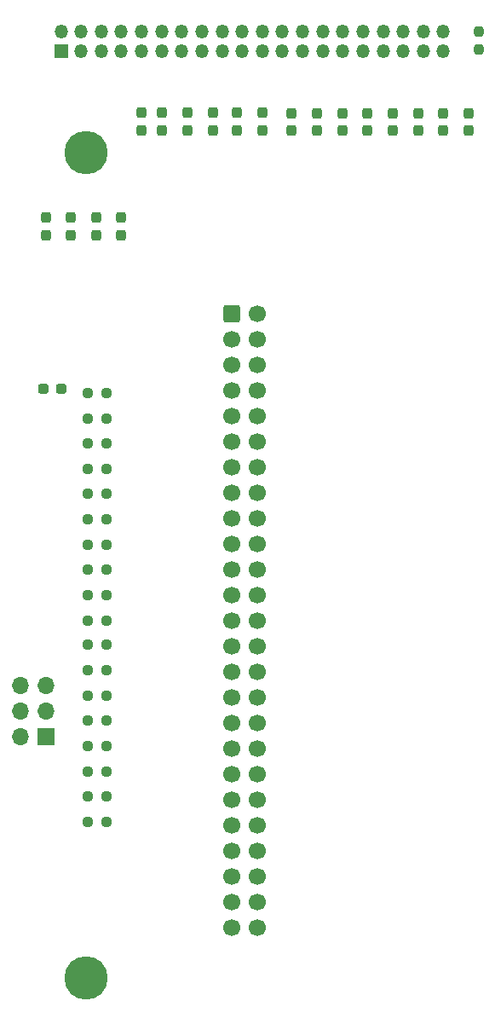
<source format=gbr>
%TF.GenerationSoftware,KiCad,Pcbnew,8.0.8*%
%TF.CreationDate,2025-01-30T20:37:13+01:00*%
%TF.ProjectId,x68030_scsi,78363830-3330-45f7-9363-73692e6b6963,rev?*%
%TF.SameCoordinates,Original*%
%TF.FileFunction,Soldermask,Top*%
%TF.FilePolarity,Negative*%
%FSLAX46Y46*%
G04 Gerber Fmt 4.6, Leading zero omitted, Abs format (unit mm)*
G04 Created by KiCad (PCBNEW 8.0.8) date 2025-01-30 20:37:13*
%MOMM*%
%LPD*%
G01*
G04 APERTURE LIST*
G04 Aperture macros list*
%AMRoundRect*
0 Rectangle with rounded corners*
0 $1 Rounding radius*
0 $2 $3 $4 $5 $6 $7 $8 $9 X,Y pos of 4 corners*
0 Add a 4 corners polygon primitive as box body*
4,1,4,$2,$3,$4,$5,$6,$7,$8,$9,$2,$3,0*
0 Add four circle primitives for the rounded corners*
1,1,$1+$1,$2,$3*
1,1,$1+$1,$4,$5*
1,1,$1+$1,$6,$7*
1,1,$1+$1,$8,$9*
0 Add four rect primitives between the rounded corners*
20,1,$1+$1,$2,$3,$4,$5,0*
20,1,$1+$1,$4,$5,$6,$7,0*
20,1,$1+$1,$6,$7,$8,$9,0*
20,1,$1+$1,$8,$9,$2,$3,0*%
G04 Aperture macros list end*
%ADD10RoundRect,0.237500X-0.250000X-0.237500X0.250000X-0.237500X0.250000X0.237500X-0.250000X0.237500X0*%
%ADD11RoundRect,0.237500X-0.237500X0.300000X-0.237500X-0.300000X0.237500X-0.300000X0.237500X0.300000X0*%
%ADD12C,4.300000*%
%ADD13RoundRect,0.237500X-0.287500X-0.237500X0.287500X-0.237500X0.287500X0.237500X-0.287500X0.237500X0*%
%ADD14R,1.350000X1.350000*%
%ADD15O,1.350000X1.350000*%
%ADD16R,1.700000X1.700000*%
%ADD17O,1.700000X1.700000*%
%ADD18RoundRect,0.237500X0.237500X-0.250000X0.237500X0.250000X-0.237500X0.250000X-0.237500X-0.250000X0*%
%ADD19RoundRect,0.250000X-0.600000X-0.600000X0.600000X-0.600000X0.600000X0.600000X-0.600000X0.600000X0*%
%ADD20C,1.700000*%
G04 APERTURE END LIST*
D10*
%TO.C,R7*%
X41175000Y-126970000D03*
X43000000Y-126970000D03*
%TD*%
D11*
%TO.C,C16*%
X73980000Y-84137500D03*
X73980000Y-85862500D03*
%TD*%
D10*
%TO.C,R14*%
X41175000Y-144460000D03*
X43000000Y-144460000D03*
%TD*%
D12*
%TO.C,H1*%
X41000000Y-88000000D03*
%TD*%
D10*
%TO.C,R1*%
X41175000Y-111910000D03*
X43000000Y-111910000D03*
%TD*%
D13*
%TO.C,F1*%
X36750000Y-111500000D03*
X38500000Y-111500000D03*
%TD*%
D10*
%TO.C,R2*%
X41175000Y-114420000D03*
X43000000Y-114420000D03*
%TD*%
D11*
%TO.C,C13*%
X66450000Y-84137500D03*
X66450000Y-85862500D03*
%TD*%
%TO.C,C5*%
X46500000Y-84087500D03*
X46500000Y-85812500D03*
%TD*%
%TO.C,C15*%
X71470000Y-84137500D03*
X71470000Y-85862500D03*
%TD*%
%TO.C,C4*%
X44500000Y-94500000D03*
X44500000Y-96225000D03*
%TD*%
D10*
%TO.C,R13*%
X41175000Y-141950000D03*
X43000000Y-141950000D03*
%TD*%
%TO.C,R17*%
X41175000Y-151990000D03*
X43000000Y-151990000D03*
%TD*%
D11*
%TO.C,C2*%
X39500000Y-94500000D03*
X39500000Y-96225000D03*
%TD*%
%TO.C,C3*%
X42000000Y-94500000D03*
X42000000Y-96225000D03*
%TD*%
D14*
%TO.C,J2*%
X38500000Y-78000000D03*
D15*
X38500000Y-76000000D03*
X40500000Y-78000000D03*
X40500000Y-76000000D03*
X42500000Y-78000000D03*
X42500000Y-76000000D03*
X44500000Y-78000000D03*
X44500000Y-76000000D03*
X46500000Y-78000000D03*
X46500000Y-76000000D03*
X48500000Y-78000000D03*
X48500000Y-76000000D03*
X50500000Y-78000000D03*
X50500000Y-76000000D03*
X52500000Y-78000000D03*
X52500000Y-76000000D03*
X54500000Y-78000000D03*
X54500000Y-76000000D03*
X56500000Y-78000000D03*
X56500000Y-76000000D03*
X58500000Y-78000000D03*
X58500000Y-76000000D03*
X60500000Y-78000000D03*
X60500000Y-76000000D03*
X62500000Y-78000000D03*
X62500000Y-76000000D03*
X64500000Y-78000000D03*
X64500000Y-76000000D03*
X66500000Y-78000000D03*
X66500000Y-76000000D03*
X68500000Y-78000000D03*
X68500000Y-76000000D03*
X70500000Y-78000000D03*
X70500000Y-76000000D03*
X72500000Y-78000000D03*
X72500000Y-76000000D03*
X74500000Y-78000000D03*
X74500000Y-76000000D03*
X76500000Y-78000000D03*
X76500000Y-76000000D03*
%TD*%
D10*
%TO.C,R5*%
X41175000Y-121950000D03*
X43000000Y-121950000D03*
%TD*%
D11*
%TO.C,C7*%
X51070000Y-84087500D03*
X51070000Y-85812500D03*
%TD*%
D10*
%TO.C,R3*%
X41175000Y-116930000D03*
X43000000Y-116930000D03*
%TD*%
%TO.C,R8*%
X41175000Y-129480000D03*
X43000000Y-129480000D03*
%TD*%
%TO.C,R6*%
X41175000Y-124460000D03*
X43000000Y-124460000D03*
%TD*%
D11*
%TO.C,C6*%
X48560000Y-84087500D03*
X48560000Y-85812500D03*
%TD*%
D16*
%TO.C,J3*%
X37000000Y-146000000D03*
D17*
X34460000Y-146000000D03*
X37000000Y-143460000D03*
X34460000Y-143460000D03*
X37000000Y-140920000D03*
X34460000Y-140920000D03*
%TD*%
D11*
%TO.C,C8*%
X53580000Y-84087500D03*
X53580000Y-85812500D03*
%TD*%
D12*
%TO.C,H2*%
X41000000Y-170000000D03*
%TD*%
D10*
%TO.C,R12*%
X41175000Y-139440000D03*
X43000000Y-139440000D03*
%TD*%
%TO.C,R10*%
X41175000Y-134500000D03*
X43000000Y-134500000D03*
%TD*%
%TO.C,R15*%
X41175000Y-146970000D03*
X43000000Y-146970000D03*
%TD*%
%TO.C,R11*%
X41175000Y-136930000D03*
X43000000Y-136930000D03*
%TD*%
D18*
%TO.C,JP1*%
X80000000Y-77825000D03*
X80000000Y-76000000D03*
%TD*%
D11*
%TO.C,C17*%
X76490000Y-84137500D03*
X76490000Y-85862500D03*
%TD*%
%TO.C,C10*%
X58520000Y-84087500D03*
X58520000Y-85812500D03*
%TD*%
D10*
%TO.C,R16*%
X41175000Y-149480000D03*
X43000000Y-149480000D03*
%TD*%
%TO.C,R4*%
X41175000Y-119440000D03*
X43000000Y-119440000D03*
%TD*%
D11*
%TO.C,C12*%
X63940000Y-84137500D03*
X63940000Y-85862500D03*
%TD*%
%TO.C,C9*%
X56010000Y-84087500D03*
X56010000Y-85812500D03*
%TD*%
%TO.C,C1*%
X37000000Y-94500000D03*
X37000000Y-96225000D03*
%TD*%
%TO.C,C11*%
X61430000Y-84137500D03*
X61430000Y-85862500D03*
%TD*%
D10*
%TO.C,R18*%
X41175000Y-154500000D03*
X43000000Y-154500000D03*
%TD*%
%TO.C,R9*%
X41175000Y-131990000D03*
X43000000Y-131990000D03*
%TD*%
D11*
%TO.C,C14*%
X68960000Y-84137500D03*
X68960000Y-85862500D03*
%TD*%
D19*
%TO.C,J1*%
X55500000Y-104020000D03*
D20*
X58040000Y-104020000D03*
X55500000Y-106560000D03*
X58040000Y-106560000D03*
X55500000Y-109100000D03*
X58040000Y-109100000D03*
X55500000Y-111640000D03*
X58040000Y-111640000D03*
X55500000Y-114180000D03*
X58040000Y-114180000D03*
X55500000Y-116720000D03*
X58040000Y-116720000D03*
X55500000Y-119260000D03*
X58040000Y-119260000D03*
X55500000Y-121800000D03*
X58040000Y-121800000D03*
X55500000Y-124340000D03*
X58040000Y-124340000D03*
X55500000Y-126880000D03*
X58040000Y-126880000D03*
X55500000Y-129420000D03*
X58040000Y-129420000D03*
X55500000Y-131960000D03*
X58040000Y-131960000D03*
X55500000Y-134500000D03*
X58040000Y-134500000D03*
X55500000Y-137040000D03*
X58040000Y-137040000D03*
X55500000Y-139580000D03*
X58040000Y-139580000D03*
X55500000Y-142120000D03*
X58040000Y-142120000D03*
X55500000Y-144660000D03*
X58040000Y-144660000D03*
X55500000Y-147200000D03*
X58040000Y-147200000D03*
X55500000Y-149740000D03*
X58040000Y-149740000D03*
X55500000Y-152280000D03*
X58040000Y-152280000D03*
X55500000Y-154820000D03*
X58040000Y-154820000D03*
X55500000Y-157360000D03*
X58040000Y-157360000D03*
X55500000Y-159900000D03*
X58040000Y-159900000D03*
X55500000Y-162440000D03*
X58040000Y-162440000D03*
X55500000Y-164980000D03*
X58040000Y-164980000D03*
%TD*%
D11*
%TO.C,C18*%
X79000000Y-84137500D03*
X79000000Y-85862500D03*
%TD*%
M02*

</source>
